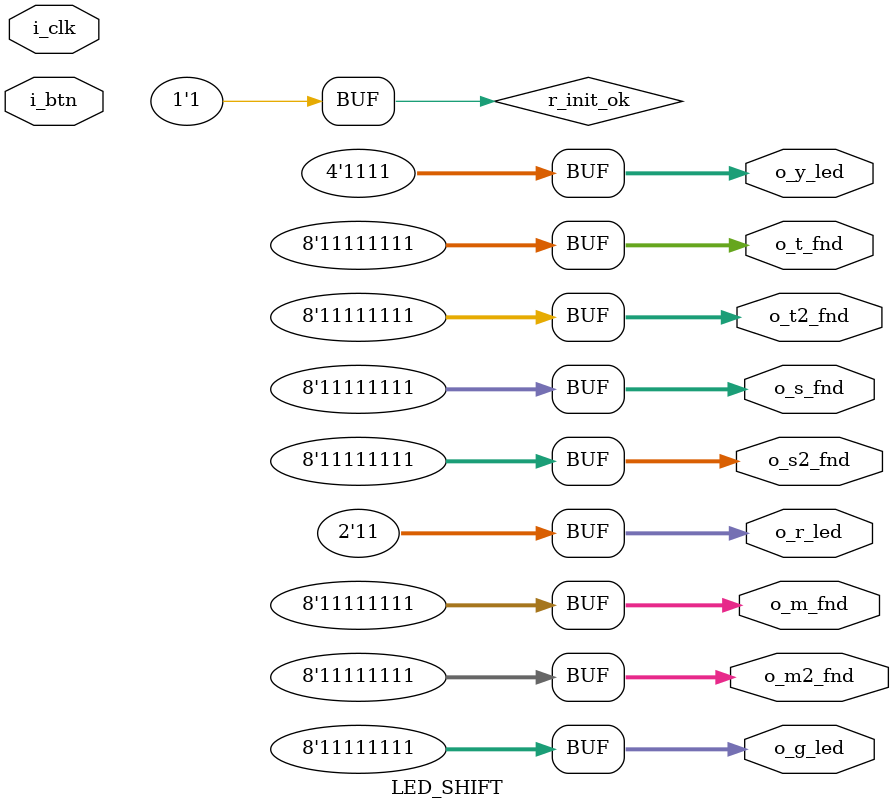
<source format=v>

`define ST_INIT			(3'd0) /* 000 */
`define ST_IDLE			(3'd1) /* 001 */
`define ST_RUN				(3'd2) /* 010 */
`define ST_STOP			(3'd3) /* 011 */

module LED_SHIFT
(
// {ALTERA_ARGS_BEGIN} DO NOT REMOVE THIS LINE!
	i_clk,
	i_btn,
	/*
	o_g_led0,
	o_g_led1,
	o_g_led2,
	o_g_led3,
	o_g_led4,
	o_g_led5,
	o_g_led6,
	o_g_led7
	*/
	o_g_led,
	o_r_led,
	o_y_led,
	o_t_fnd,
	o_t2_fnd,
	o_m_fnd,
	o_m2_fnd,
	o_s_fnd,
	o_s2_fnd	
// {ALTERA_ARGS_END} DO NOT REMOVE THIS LINE!
);

// {ALTERA_IO_BEGIN} DO NOT REMOVE THIS LINE!
parameter	sys_clk = 1000000;

/* GPIO :: PIN SETTING */
input				i_clk;
input				i_btn;

output [7:0] 	o_g_led;
output [1:0] 	o_r_led;
output [3:0] 	o_y_led;
output [7:0]	o_t_fnd;
output [7:0]	o_t2_fnd;
output [7:0]	o_m_fnd;
output [7:0]	o_m2_fnd;
output [7:0]	o_s_fnd;
output [7:0]	o_s2_fnd;

/*
output 			o_g_led0;
output 			o_g_led1;
output 			o_g_led2;
output 			o_g_led3;
output 			o_g_led4;
output 			o_g_led5;
output 			o_g_led6;
output 			o_g_led7;
*/

/* REG :: TIMER CLOCK */
reg [31:0]	r_clk_cnt;

/* REG :: LED LOGIC */
reg [7:0] 	r_g_led_status;
reg [7:0] 	c_g_led_status;
reg r_timer_en;
reg c_timer_en;

/* REG :: STATUS */
reg [2:0] 	r_state;
reg [2:0] 	c_next_state;

/* REG :: STATUS or EVENT CHECK */
reg r_init_ok;
reg r_btn_press;

// {ALTERA_IO_END} DO NOT REMOVE THIS LINE!
// {ALTERA_MODULE_BEGIN} DO NOT REMOVE THIS LINE!
initial
begin
	r_clk_cnt <= 32'b0;			// TIMER CNT INIT
	r_timer_en <= 1'b0;			// TIMER FLAG
	r_g_led_status <= 8'b0; 	// LED STATUS INIT
	
	r_btn_press <= 1'b0;			// BTN INIT
	
	r_init_ok <= 1'b1;			// INIT FLAG
	r_state <= `ST_INIT;			// SET SYSTEM STATUS
end

/* BUTTON - FLIP FLOP */
always @ (posedge i_clk) 
begin

	// BUTTON PRESSED
	if (~i_btn)
	begin
		r_btn_press <= 1;
	end
	
	// NOT PRESSED
	else
	begin
		r_state <= c_next_state;
		r_btn_press <= 0;
	end	
end

/* TIMER - FLIP FLOP */
always @ (posedge i_clk)
begin
	r_timer_en <= c_timer_en;
	if (~r_timer_en)
	begin
		r_clk_cnt <= 0;
	end
	
	else
	begin
		/* CLOCK COUNTING */
		if(r_clk_cnt < 5000000)
		begin
			r_clk_cnt <= r_clk_cnt + 1;
		end		
		/* CLOCK RESET */
		else		
		begin
			r_clk_cnt <= 0;
		end		
	end
end

/* LED SHIFTER - FLIP FLOP */
always @ (posedge i_clk)
begin
	
	if (~r_timer_en)
	begin
		r_g_led_status <= 0;
	end
	
	else
	begin
		/* CLOCK COUNTING */
		if(r_clk_cnt == 0)
		begin		
			/* LED STATUS INIT */
			if(r_g_led_status == 0)
			begin
				r_g_led_status <= 8'h01;			
			end			
			/* LED SHIFT */
			else
			begin
				r_g_led_status <= r_g_led_status << 1;			
			end			
		end		
	end
end

/* Combinational Logic */
always @(*)
begin
	c_timer_en = 0;	
	c_next_state = r_state;
	
	case (r_state)
		`ST_INIT:	
		begin
			if (r_init_ok) begin
				c_next_state = `ST_IDLE;
			end
		end
		
		`ST_IDLE:	
		begin
			if (r_btn_press) begin
				c_next_state = `ST_RUN;
			end
		end
		
		`ST_RUN:
		begin
			if(r_btn_press) begin
				c_next_state = `ST_STOP;
			end
			
			else begin
				c_timer_en = 1;
				c_next_state = `ST_RUN;
			end
		end
		
		`ST_STOP:
		begin
			if(r_btn_press) begin
				c_next_state = `ST_RUN;
			end
			
			else begin
				c_timer_en = 0;
				c_next_state = `ST_STOP;
			end
		end
		
	
	endcase	
end

/* LED ASSIGN */
/*
assign o_g_led0 = r_g_led_en;
assign o_g_led1 = r_g_led_en;
assign o_g_led2 = r_g_led_en;
assign o_g_led3 = r_g_led_en;
assign o_g_led4 = r_g_led_en;
assign o_g_led5 = r_g_led_en;
assign o_g_led6 = r_g_led_en;
assign o_g_led7 = r_g_led_en;
*/

//assign o_g_led = r_g_led_status;
/* LED */
assign o_g_led = 8'hFF;
assign o_r_led = 2'b11;
assign o_y_led = 4'hF;

/* FND */
assign o_t_fnd = 8'hFF;
assign o_t2_fnd = 8'hFF;
assign o_m_fnd = 8'hFF;
assign o_m2_fnd = 8'hFF;
assign o_s_fnd = 8'hFF;
assign o_s2_fnd = 8'hFF;

// {ALTERA_MODULE_END} DO NOT REMOVE THIS LINE!
endmodule

</source>
